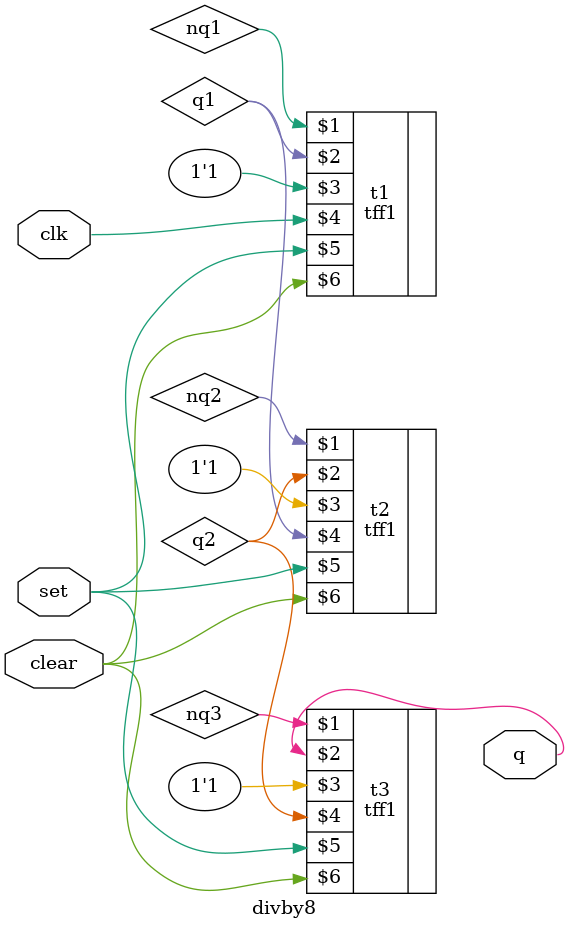
<source format=v>
module divby8 (output q,input clk,set,clear);
wire q1,q2,nq1,nq2,nq3;
tff1 t1 (nq1,q1,1'b1,clk,set,clear);
tff1 t2 (nq2,q2,1'b1,q1,set,clear);
tff1 t3 (nq3,q,1'b1,q2,set,clear);
endmodule
</source>
